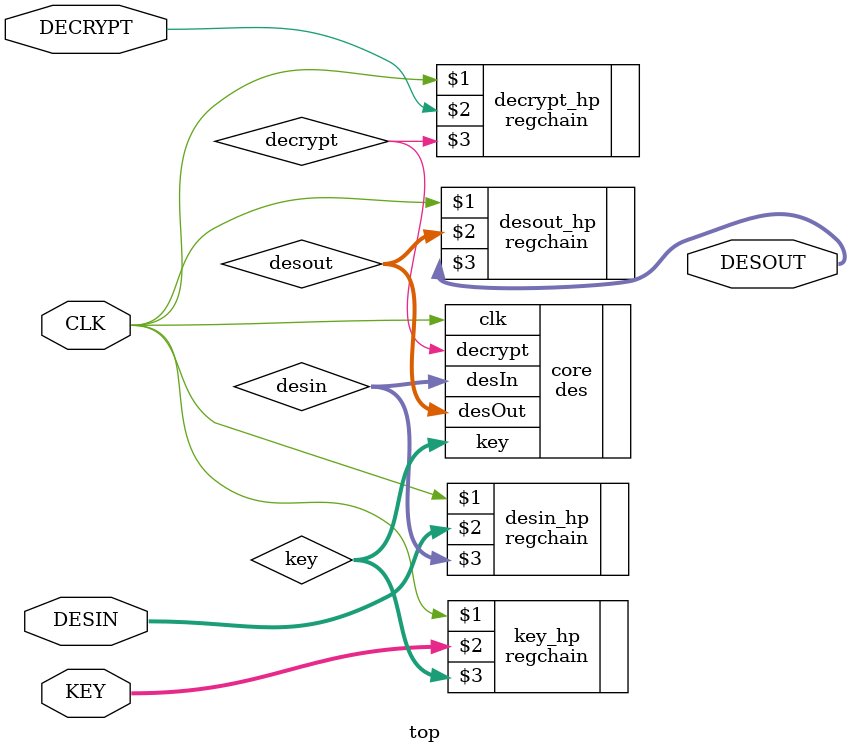
<source format=v>

module top
(
	input		CLK,
	input	[63:0]	DESIN,
	input	[55:0]	KEY,
	input		DECRYPT,
	output	[63:0]	DESOUT
);

	wire	[63:0]	desout, desin;
	wire	[55:0]	key;
	wire		decrypt;

`ifdef TTDSE
	regchain #(`NUM_FRONT, 64) desin_hp(CLK, DESIN, desin);
	regchain #(`NUM_FRONT, 56) key_hp(CLK, KEY, key);
	regchain #(`NUM_FRONT, 1) decrypt_hp(CLK, DECRYPT, decrypt);
`else
	regchain #(13, 64) desin_hp(CLK, DESIN, desin);
	regchain #(13, 56) key_hp(CLK, KEY, key);
	regchain #(13, 1) decrypt_hp(CLK, DECRYPT, decrypt);
`endif

	des core
	(
		.desOut(desout),
		.desIn(desin),
		.key(key),
		.decrypt(decrypt),
		.clk(CLK)
	);

`ifdef TTDSE
	regchain #(`NUM_BACK, 64) desout_hp(CLK, desout, DESOUT);
`else
	regchain #(0, 64) desout_hp(CLK, desout, DESOUT);
`endif

endmodule

</source>
